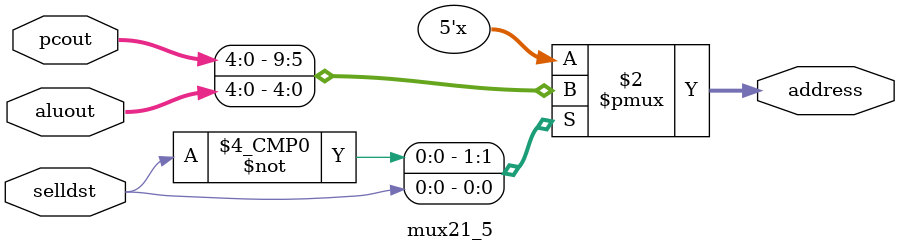
<source format=v>
module mux21_5(address,pcout,aluout,selldst);

output[4:0] address;
input[4:0] pcout,aluout;
input selldst;

reg [4:0] address;

always @(selldst or pcout or aluout)
case(selldst)
1'd0: address=pcout;
1'd1: address=aluout;
endcase

endmodule
</source>
